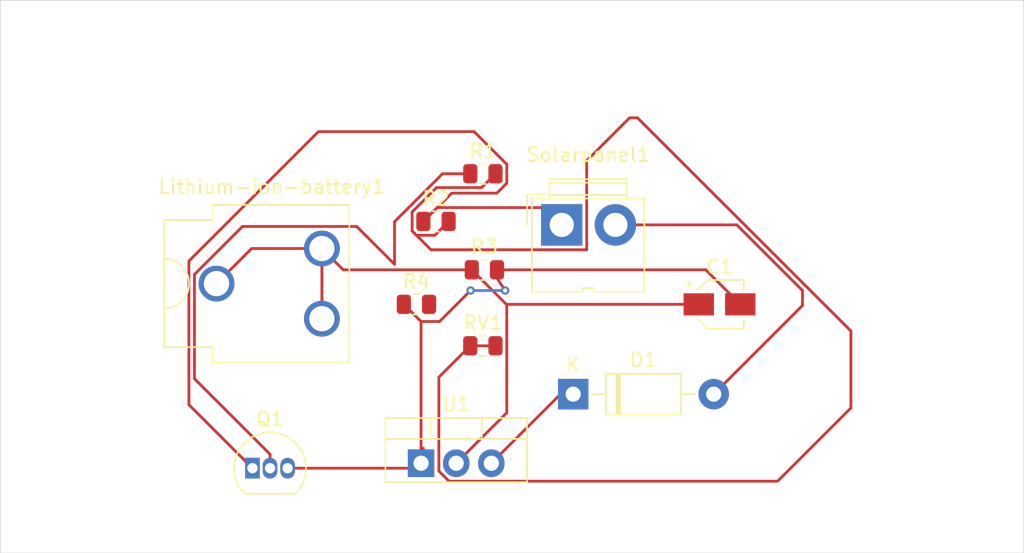
<source format=kicad_pcb>
(kicad_pcb (version 20241229) (generator "pcbnew") (generator_version "9.0")
  (layers (0 "F.Cu" signal) (2 "B.Cu" signal) (13 "F.Paste" user) (15 "B.Paste" user) (5 "F.SilkS" user "F.Silkscreen") (7 "B.SilkS" user "B.Silkscreen") (1 "F.Mask" user) (3 "B.Mask" user) (25 "Edge.Cuts" user))
  (net 0 "")
  (net 1 "Net-(Q1-E)")
  (net 2 "Net-(Lithium-ion-battery1-Pin_1)")
  (net 3 "Net-(D1-A)")
  (net 4 "Net-(D1-K)")
  (net 5 "Net-(Q1-B)")
  (net 6 "Net-(Q1-C)")
  (net 7 "Net-(Lithium-ion-battery1-Pin_2)")
  (net 8 "Net-(R4-Pad2)")
  (footprint "Connector:JWT_A3963_1x02_P3.96mm_Vertical" (layer "F.Cu") (at 154.0925 81.25)
    (property "Reference" "Solarpanel1" (at 1.91 -5.08 0) (layer "F.SilkS"))
    (property "Value" "Conn_01x02")
    (fp_line (start -2.5 -2.2) (end -2.5 0) (stroke (width 0.12)) (layer "F.SilkS"))
    (fp_line (start -2.16 -1.91) (end -2.16 0) (stroke (width 0.12)) (layer "F.SilkS"))
    (fp_line (start -2.16 -1.91) (end 5.97 -1.91) (stroke (width 0.12)) (layer "F.SilkS"))
    (fp_line (start -2.16 0) (end -2.16 4.83) (stroke (width 0.12)) (layer "F.SilkS"))
    (fp_line (start -1.2 -2.2) (end -2.5 -2.2) (stroke (width 0.12)) (layer "F.SilkS"))
    (fp_line (start -0.89 -3.3) (end 4.7 -3.3) (stroke (width 0.12)) (layer "F.SilkS"))
    (fp_line (start -0.89 -3.05) (end 4.7 -3.05) (stroke (width 0.12)) (layer "F.SilkS"))
    (fp_line (start -0.89 -2.16) (end 4.7 -2.16) (stroke (width 0.12)) (layer "F.SilkS"))
    (fp_line (start -0.89 -1.91) (end -0.89 -3.3) (stroke (width 0.12)) (layer "F.SilkS"))
    (fp_line (start 1.52 4.57) (end 2.29 4.57) (stroke (width 0.12)) (layer "F.SilkS"))
    (fp_line (start 1.52 4.83) (end -2.16 4.83) (stroke (width 0.12)) (layer "F.SilkS"))
    (fp_line (start 1.52 4.83) (end 1.52 4.57) (stroke (width 0.12)) (layer "F.SilkS"))
    (fp_line (start 2.29 4.57) (end 2.29 4.83) (stroke (width 0.12)) (layer "F.SilkS"))
    (fp_line (start 2.29 4.83) (end 5.97 4.83) (stroke (width 0.12)) (layer "F.SilkS"))
    (fp_line (start 4.7 -1.91) (end 4.7 -3.3) (stroke (width 0.12)) (layer "F.SilkS"))
    (fp_line (start 5.97 -1.91) (end 5.97 0) (stroke (width 0.12)) (layer "F.SilkS"))
    (fp_line (start 5.97 4.83) (end 5.97 0) (stroke (width 0.12)) (layer "F.SilkS"))
    (pad "1" thru_hole rect (at 0 0) (size 3 3) (drill 1.75) (layers "*.Cu" "*.Mask") (net 6 "Net-(Q1-C)"))
    (pad "2" thru_hole circle (at 3.88 0) (size 3 3) (drill 1.75) (layers "*.Cu" "*.Mask") (net 3 "Net-(D1-A)"))
  )
  (footprint "Diode_THT:D_DO-41_SOD81_P10.16mm_Horizontal" (layer "F.Cu") (at 154.92 93.5)
    (property "Reference" "D1" (at 5.08 -2.47 0) (layer "F.SilkS"))
    (property "Value" "1N4001")
    (fp_line (start 1.34 0) (end 2.36 0) (stroke (width 0.12)) (layer "F.SilkS"))
    (fp_line (start 2.36 -1.47) (end 2.36 1.47) (stroke (width 0.12)) (layer "F.SilkS"))
    (fp_line (start 2.36 1.47) (end 7.8 1.47) (stroke (width 0.12)) (layer "F.SilkS"))
    (fp_line (start 3.14 -1.47) (end 3.14 1.47) (stroke (width 0.12)) (layer "F.SilkS"))
    (fp_line (start 3.26 -1.47) (end 3.26 1.47) (stroke (width 0.12)) (layer "F.SilkS"))
    (fp_line (start 3.38 -1.47) (end 3.38 1.47) (stroke (width 0.12)) (layer "F.SilkS"))
    (fp_line (start 7.8 -1.47) (end 2.36 -1.47) (stroke (width 0.12)) (layer "F.SilkS"))
    (fp_line (start 7.8 1.47) (end 7.8 -1.47) (stroke (width 0.12)) (layer "F.SilkS"))
    (fp_line (start 8.82 0) (end 7.8 0) (stroke (width 0.12)) (layer "F.SilkS"))
    (fp_text user "K" (at 0 -2.1 0) (layer "F.SilkS"))
    (pad "1" thru_hole rect (at 0 0) (size 2.2 2.2) (drill 1.1) (layers "*.Cu" "*.Mask") (net 4 "Net-(D1-K)"))
    (pad "2" thru_hole oval (at 10.16 0) (size 2.2 2.2) (drill 1.1) (layers "*.Cu" "*.Mask") (net 3 "Net-(D1-A)"))
  )
  (footprint "Resistor_SMD:R_0805_2012Metric" (layer "F.Cu") (at 148.39 90)
    (property "Reference" "RV1" (at 0 -1.65 0) (layer "F.SilkS"))
    (property "Value" "R_Potentiometer")
    (fp_line (start -0.227064 -0.735) (end 0.227064 -0.735) (stroke (width 0.12)) (layer "F.SilkS"))
    (fp_line (start -0.227064 0.735) (end 0.227064 0.735) (stroke (width 0.12)) (layer "F.SilkS"))
    (pad "1" smd roundrect (at -0.9125 0) (size 1.025 1.4) (layers "F.Cu" "F.Mask" "F.Paste") (roundrect_rratio 0.243902) (net 7 "Net-(Lithium-ion-battery1-Pin_2)"))
    (pad "2" smd roundrect (at 0.9125 0) (size 1.025 1.4) (layers "F.Cu" "F.Mask" "F.Paste") (roundrect_rratio 0.243902) (net 7 "Net-(Lithium-ion-battery1-Pin_2)"))
  )
  (footprint "Resistor_SMD:R_0805_2012Metric" (layer "F.Cu") (at 145 81)
    (property "Reference" "R2" (at 0 -1.65 0) (layer "F.SilkS"))
    (property "Value" "0.5")
    (fp_line (start -0.227064 -0.735) (end 0.227064 -0.735) (stroke (width 0.12)) (layer "F.SilkS"))
    (fp_line (start -0.227064 0.735) (end 0.227064 0.735) (stroke (width 0.12)) (layer "F.SilkS"))
    (pad "1" smd roundrect (at -0.9125 0) (size 1.025 1.4) (layers "F.Cu" "F.Mask" "F.Paste") (roundrect_rratio 0.243902) (net 6 "Net-(Q1-C)"))
    (pad "2" smd roundrect (at 0.9125 0) (size 1.025 1.4) (layers "F.Cu" "F.Mask" "F.Paste") (roundrect_rratio 0.243902) (net 7 "Net-(Lithium-ion-battery1-Pin_2)"))
  )
  (footprint "Package_TO_SOT_THT:TO-220-3_Vertical" (layer "F.Cu") (at 143.92 98.5)
    (property "Reference" "U1" (at 2.54 -4.27 0) (layer "F.SilkS"))
    (property "Value" "LM317_TO-220")
    (fp_line (start -2.58 -3.27) (end -2.58 1.371) (stroke (width 0.12)) (layer "F.SilkS"))
    (fp_line (start -2.58 -3.27) (end 7.66 -3.27) (stroke (width 0.12)) (layer "F.SilkS"))
    (fp_line (start -2.58 -1.76) (end 7.66 -1.76) (stroke (width 0.12)) (layer "F.SilkS"))
    (fp_line (start -2.58 1.371) (end 7.66 1.371) (stroke (width 0.12)) (layer "F.SilkS"))
    (fp_line (start 0.69 -3.27) (end 0.69 -1.76) (stroke (width 0.12)) (layer "F.SilkS"))
    (fp_line (start 4.391 -3.27) (end 4.391 -1.76) (stroke (width 0.12)) (layer "F.SilkS"))
    (fp_line (start 7.66 -3.27) (end 7.66 1.371) (stroke (width 0.12)) (layer "F.SilkS"))
    (pad "1" thru_hole rect (at 0 0) (size 1.905 2) (drill 1.1) (layers "*.Cu" "*.Mask") (net 1 "Net-(Q1-E)"))
    (pad "2" thru_hole oval (at 2.54 0) (size 1.905 2) (drill 1.1) (layers "*.Cu" "*.Mask") (net 2 "Net-(Lithium-ion-battery1-Pin_1)"))
    (pad "3" thru_hole oval (at 5.08 0) (size 1.905 2) (drill 1.1) (layers "*.Cu" "*.Mask") (net 4 "Net-(D1-K)"))
  )
  (footprint "Battery:BatteryClip_Keystone_54_D16-19mm" (layer "F.Cu") (at 129.13 85.5)
    (property "Reference" "Lithium-ion-battery1" (at 4 -7 0) (layer "F.SilkS"))
    (property "Value" "3.7v")
    (fp_line (start -3.78 -4.6) (end -3.78 4.6) (stroke (width 0.12)) (layer "F.SilkS"))
    (fp_line (start -3.78 4.6) (end -0.28 4.6) (stroke (width 0.12)) (layer "F.SilkS"))
    (fp_line (start -0.28 -5.7) (end -0.28 -4.6) (stroke (width 0.12)) (layer "F.SilkS"))
    (fp_line (start -0.28 -4.6) (end -3.78 -4.6) (stroke (width 0.12)) (layer "F.SilkS"))
    (fp_line (start -0.28 4.6) (end -0.28 5.7) (stroke (width 0.12)) (layer "F.SilkS"))
    (fp_line (start -0.28 5.7) (end 9.6 5.7) (stroke (width 0.12)) (layer "F.SilkS"))
    (fp_line (start 9.6 -5.7) (end -0.28 -5.7) (stroke (width 0.12)) (layer "F.SilkS"))
    (fp_line (start 9.6 5.7) (end 9.6 -5.7) (stroke (width 0.12)) (layer "F.SilkS"))
    (fp_arc (start -3.78 -1.8) (mid -1.98 0) (end -3.78 1.8) (stroke (width 0.12)) (layer "F.SilkS"))
    (pad "1" thru_hole circle (at 0 0 180) (size 2.5908 2.5908) (drill 1.8288) (layers "*.Cu" "*.Mask") (net 2 "Net-(Lithium-ion-battery1-Pin_1)"))
    (pad "1" thru_hole circle (at 7.62 -2.54 180) (size 2.5908 2.5908) (drill 1.8288) (layers "*.Cu" "*.Mask") (net 2 "Net-(Lithium-ion-battery1-Pin_1)"))
    (pad "1" thru_hole circle (at 7.62 2.54 180) (size 2.5908 2.5908) (drill 1.8288) (layers "*.Cu" "*.Mask") (net 2 "Net-(Lithium-ion-battery1-Pin_1)"))
  )
  (footprint "Package_TO_SOT_THT:TO-92_Inline" (layer "F.Cu") (at 131.73 98.86)
    (property "Reference" "Q1" (at 1.27 -3.56 0) (layer "F.SilkS"))
    (property "Value" "BC548")
    (fp_line (start -0.53 1.85) (end 3.07 1.85) (stroke (width 0.12)) (layer "F.SilkS"))
    (fp_arc (start -0.568478 1.838478) (mid -1.132087 -0.994977) (end 1.27 -2.6) (stroke (width 0.12)) (layer "F.SilkS"))
    (fp_arc (start 1.27 -2.6) (mid 3.672087 -0.994977) (end 3.108478 1.838478) (stroke (width 0.12)) (layer "F.SilkS"))
    (pad "1" thru_hole rect (at 0 0) (size 1.05 1.5) (drill 0.75) (layers "*.Cu" "*.Mask") (net 6 "Net-(Q1-C)"))
    (pad "2" thru_hole oval (at 1.27 0) (size 1.05 1.5) (drill 0.75) (layers "*.Cu" "*.Mask") (net 5 "Net-(Q1-B)"))
    (pad "3" thru_hole oval (at 2.54 0) (size 1.05 1.5) (drill 0.75) (layers "*.Cu" "*.Mask") (net 1 "Net-(Q1-E)"))
  )
  (footprint "Resistor_SMD:R_0805_2012Metric" (layer "F.Cu") (at 143.5875 87)
    (property "Reference" "R4" (at 0 -1.65 0) (layer "F.SilkS"))
    (property "Value" "470")
    (fp_line (start -0.227064 -0.735) (end 0.227064 -0.735) (stroke (width 0.12)) (layer "F.SilkS"))
    (fp_line (start -0.227064 0.735) (end 0.227064 0.735) (stroke (width 0.12)) (layer "F.SilkS"))
    (pad "1" smd roundrect (at -0.9125 0) (size 1.025 1.4) (layers "F.Cu" "F.Mask" "F.Paste") (roundrect_rratio 0.243902) (net 1 "Net-(Q1-E)"))
    (pad "2" smd roundrect (at 0.9125 0) (size 1.025 1.4) (layers "F.Cu" "F.Mask" "F.Paste") (roundrect_rratio 0.243902) (net 8 "Net-(R4-Pad2)"))
  )
  (footprint "Resistor_SMD:R_0805_2012Metric" (layer "F.Cu") (at 148.39 77.55)
    (property "Reference" "R1" (at 0 -1.65 0) (layer "F.SilkS"))
    (property "Value" "100")
    (fp_line (start -0.227064 -0.735) (end 0.227064 -0.735) (stroke (width 0.12)) (layer "F.SilkS"))
    (fp_line (start -0.227064 0.735) (end 0.227064 0.735) (stroke (width 0.12)) (layer "F.SilkS"))
    (pad "1" smd roundrect (at -0.9125 0) (size 1.025 1.4) (layers "F.Cu" "F.Mask" "F.Paste") (roundrect_rratio 0.243902) (net 5 "Net-(Q1-B)"))
    (pad "2" smd roundrect (at 0.9125 0) (size 1.025 1.4) (layers "F.Cu" "F.Mask" "F.Paste") (roundrect_rratio 0.243902) (net 7 "Net-(Lithium-ion-battery1-Pin_2)"))
  )
  (footprint "Resistor_SMD:R_0805_2012Metric" (layer "F.Cu") (at 148.5 84.5)
    (property "Reference" "R3" (at 0 -1.65 0) (layer "F.SilkS"))
    (property "Value" "120")
    (fp_line (start -0.227064 -0.735) (end 0.227064 -0.735) (stroke (width 0.12)) (layer "F.SilkS"))
    (fp_line (start -0.227064 0.735) (end 0.227064 0.735) (stroke (width 0.12)) (layer "F.SilkS"))
    (pad "1" smd roundrect (at -0.9125 0) (size 1.025 1.4) (layers "F.Cu" "F.Mask" "F.Paste") (roundrect_rratio 0.243902) (net 2 "Net-(Lithium-ion-battery1-Pin_1)"))
    (pad "2" smd roundrect (at 0.9125 0) (size 1.025 1.4) (layers "F.Cu" "F.Mask" "F.Paste") (roundrect_rratio 0.243902) (net 1 "Net-(Q1-E)"))
  )
  (footprint "Capacitor_SMD:CP_Elec_3x5.3" (layer "F.Cu") (at 165.5 87)
    (property "Reference" "C1" (at 0 -2.7 0) (layer "F.SilkS"))
    (property "Value" "C_Small")
    (fp_line (start -2.375 -1.435) (end -2 -1.435) (stroke (width 0.12)) (layer "F.SilkS"))
    (fp_line (start -2.1875 -1.6225) (end -2.1875 -1.2475) (stroke (width 0.12)) (layer "F.SilkS"))
    (fp_line (start -1.570563 -1.06) (end -0.870563 -1.76) (stroke (width 0.12)) (layer "F.SilkS"))
    (fp_line (start -1.570563 1.06) (end -0.870563 1.76) (stroke (width 0.12)) (layer "F.SilkS"))
    (fp_line (start -0.870563 -1.76) (end 1.76 -1.76) (stroke (width 0.12)) (layer "F.SilkS"))
    (fp_line (start -0.870563 1.76) (end 1.76 1.76) (stroke (width 0.12)) (layer "F.SilkS"))
    (fp_line (start 1.76 -1.76) (end 1.76 -1.06) (stroke (width 0.12)) (layer "F.SilkS"))
    (fp_line (start 1.76 1.76) (end 1.76 1.06) (stroke (width 0.12)) (layer "F.SilkS"))
    (pad "1" smd rect (at -1.5 0) (size 2.2 1.6) (layers "F.Cu" "F.Mask" "F.Paste") (net 2 "Net-(Lithium-ion-battery1-Pin_1)"))
    (pad "2" smd rect (at 1.5 0) (size 2.2 1.6) (layers "F.Cu" "F.Mask" "F.Paste") (net 1 "Net-(Q1-E)"))
  )
  (gr_line (start 150 86) (end 149 84.5) (stroke (width 0.2)) (layer "F.Cu") (net 1))
  (gr_line (start 147.5 86) (end 150 86) (stroke (width 0.2)) (layer "B.Cu") (net 1))
  (gr_rect (start 113.5 65) (end 187.5 105) (stroke (width 0.05)) (fill no) (layer "Edge.Cuts"))
  (segment (start 143.92 88.245) (end 145.255 88.245) (width 0.2) (layer "F.Cu") (net 1))
  (segment (start 143.92 97.58) (end 144.0875 97.4125) (width 0.2) (layer "F.Cu") (net 1))
  (segment (start 143.56 98.86) (end 143.92 98.5) (width 0.2) (layer "F.Cu") (net 1))
  (segment (start 134.27 98.86) (end 143.56 98.86) (width 0.2) (layer "F.Cu") (net 1))
  (segment (start 164.5 84.5) (end 149.4125 84.5) (width 0.2) (layer "F.Cu") (net 1))
  (segment (start 143.92 88.245) (end 142.675 87) (width 0.2) (layer "F.Cu") (net 1))
  (segment (start 143.92 98.5) (end 143.92 88.245) (width 0.2) (layer "F.Cu") (net 1))
  (segment (start 167 87) (end 164.5 84.5) (width 0.2) (layer "F.Cu") (net 1))
  (segment (start 145.255 88.245) (end 147.5 86) (width 0.2) (layer "F.Cu") (net 1))
  (segment (start 143.92 98.5) (end 143.92 97.58) (width 0.2) (layer "F.Cu") (net 1))
  (via (at 147.5 86) (size 0.6) (drill 0.3) (layers "F.Cu" "B.Cu") (net 1))
  (via (at 150 86) (size 0.6) (drill 0.3) (layers "F.Cu" "B.Cu") (net 1))
  (segment (start 150.0875 87) (end 164 87) (width 0.2) (layer "F.Cu") (net 2))
  (segment (start 131.67 82.96) (end 129.13 85.5) (width 0.2) (layer "F.Cu") (net 2))
  (segment (start 136.75 82.96) (end 138.29 84.5) (width 0.2) (layer "F.Cu") (net 2))
  (segment (start 150.116 87.0285) (end 150.0875 87) (width 0.2) (layer "F.Cu") (net 2))
  (segment (start 138.29 84.5) (end 147.5875 84.5) (width 0.2) (layer "F.Cu") (net 2))
  (segment (start 147.5875 84.5) (end 150.0875 87) (width 0.2) (layer "F.Cu") (net 2))
  (segment (start 136.75 82.96) (end 136.75 88.04) (width 0.2) (layer "F.Cu") (net 2))
  (segment (start 136.75 82.96) (end 131.67 82.96) (width 0.2) (layer "F.Cu") (net 2))
  (segment (start 146.46 98.5) (end 150.116 94.844) (width 0.2) (layer "F.Cu") (net 2))
  (segment (start 150.116 94.844) (end 150.116 87.0285) (width 0.2) (layer "F.Cu") (net 2))
  (segment (start 166.75 81.25) (end 171.5 86) (width 0.2) (layer "F.Cu") (net 3))
  (segment (start 157.9725 81.25) (end 166.75 81.25) (width 0.2) (layer "F.Cu") (net 3))
  (segment (start 171.5 87.08) (end 165.08 93.5) (width 0.2) (layer "F.Cu") (net 3))
  (segment (start 171.5 86) (end 171.5 87.08) (width 0.2) (layer "F.Cu") (net 3))
  (segment (start 154 93.5) (end 149 98.5) (width 0.2) (layer "F.Cu") (net 4))
  (segment (start 154.92 93.5) (end 154 93.5) (width 0.2) (layer "F.Cu") (net 4))
  (segment (start 145.47174 77.55) (end 142 81.02174) (width 0.2) (layer "F.Cu") (net 5))
  (segment (start 127.5336 92.38246) (end 133 97.84886) (width 0.2) (layer "F.Cu") (net 5))
  (segment (start 133 97.84886) (end 133 98.86) (width 0.2) (layer "F.Cu") (net 5))
  (segment (start 147.4775 77.55) (end 145.47174 77.55) (width 0.2) (layer "F.Cu") (net 5))
  (segment (start 127.5336 84.838749) (end 127.5336 92.38246) (width 0.2) (layer "F.Cu") (net 5))
  (segment (start 139.2646 81.3636) (end 131.008749 81.3636) (width 0.2) (layer "F.Cu") (net 5))
  (segment (start 142 84.099) (end 139.2646 81.3636) (width 0.2) (layer "F.Cu") (net 5))
  (segment (start 142 81.02174) (end 142 84.099) (width 0.2) (layer "F.Cu") (net 5))
  (segment (start 131.008749 81.3636) (end 127.5336 84.838749) (width 0.2) (layer "F.Cu") (net 5))
  (segment (start 131.73 98.86) (end 127.1326 94.2626) (width 0.2) (layer "F.Cu") (net 6))
  (segment (start 127.1326 94.2626) (end 127.1326 83.8674) (width 0.2) (layer "F.Cu") (net 6))
  (segment (start 127.1326 83.8674) (end 136.5 74.5) (width 0.2) (layer "F.Cu") (net 6))
  (segment (start 145.0875 80) (end 144.0875 81) (width 0.2) (layer "F.Cu") (net 6))
  (segment (start 154.0925 81.25) (end 152.8425 80) (width 0.2) (layer "F.Cu") (net 6))
  (segment (start 150.116 76.86484) (end 150.116 78.23516) (width 0.2) (layer "F.Cu") (net 6))
  (segment (start 149.39916 78.952) (end 146.1355 78.952) (width 0.2) (layer "F.Cu") (net 6))
  (segment (start 150.116 78.23516) (end 149.39916 78.952) (width 0.2) (layer "F.Cu") (net 6))
  (segment (start 136.5 74.5) (end 147.75116 74.5) (width 0.2) (layer "F.Cu") (net 6))
  (segment (start 147.75116 74.5) (end 150.116 76.86484) (width 0.2) (layer "F.Cu") (net 6))
  (segment (start 152.8425 80) (end 145.0875 80) (width 0.2) (layer "F.Cu") (net 6))
  (segment (start 146.1355 78.952) (end 144.0875 81) (width 0.2) (layer "F.Cu") (net 6))
  (segment (start 175 88.9329) (end 159.5671 73.5) (width 0.2) (layer "F.Cu") (net 7))
  (segment (start 159 73.5) (end 155.8935 76.6065) (width 0.2) (layer "F.Cu") (net 7))
  (segment (start 144.63984 83.051) (end 143.274 81.68516) (width 0.2) (layer "F.Cu") (net 7))
  (segment (start 155.8935 76.6065) (end 155.8935 83.051) (width 0.2) (layer "F.Cu") (net 7))
  (segment (start 169.699 99.801) (end 175 94.5) (width 0.2) (layer "F.Cu") (net 7))
  (segment (start 155.8935 83.051) (end 144.63984 83.051) (width 0.2) (layer "F.Cu") (net 7))
  (segment (start 143.274 80.31484) (end 145.03784 78.551) (width 0.2) (layer "F.Cu") (net 7))
  (segment (start 159.5671 73.5) (end 159 73.5) (width 0.2) (layer "F.Cu") (net 7))
  (segment (start 147.4775 90) (end 149.3025 90) (width 0.2) (layer "F.Cu") (net 7))
  (segment (start 143.58984 82.001) (end 143.274 81.68516) (width 0.2) (layer "F.Cu") (net 7))
  (segment (start 147.4775 90) (end 145.2065 92.271) (width 0.2) (layer "F.Cu") (net 7))
  (segment (start 148.3015 78.551) (end 149.3025 77.55) (width 0.2) (layer "F.Cu") (net 7))
  (segment (start 145.03784 78.551) (end 148.3015 78.551) (width 0.2) (layer "F.Cu") (net 7))
  (segment (start 143.274 81.68516) (end 143.274 80.31484) (width 0.2) (layer "F.Cu") (net 7))
  (segment (start 145.2065 92.271) (end 145.2065 99.066717) (width 0.2) (layer "F.Cu") (net 7))
  (segment (start 145.9125 81) (end 144.9115 82.001) (width 0.2) (layer "F.Cu") (net 7))
  (segment (start 145.940783 99.801) (end 169.699 99.801) (width 0.2) (layer "F.Cu") (net 7))
  (segment (start 175 94.5) (end 175 88.9329) (width 0.2) (layer "F.Cu") (net 7))
  (segment (start 145.2065 99.066717) (end 145.940783 99.801) (width 0.2) (layer "F.Cu") (net 7))
  (segment (start 144.9115 82.001) (end 143.58984 82.001) (width 0.2) (layer "F.Cu") (net 7))
)
</source>
